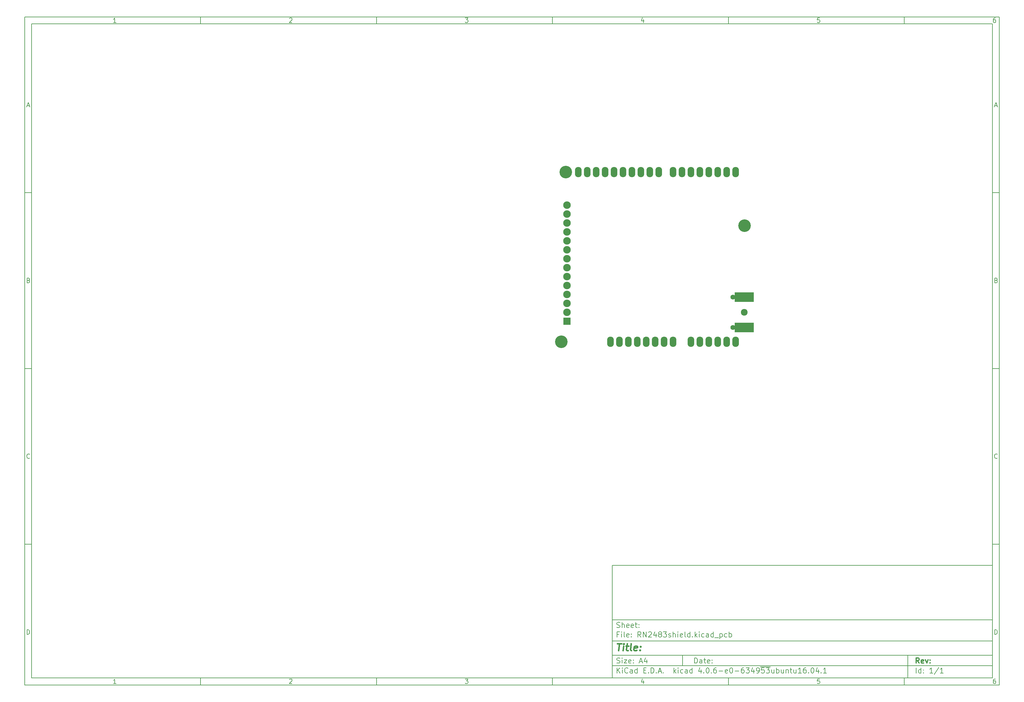
<source format=gbs>
%TF.GenerationSoftware,KiCad,Pcbnew,4.0.6-e0-6349~53~ubuntu16.04.1*%
%TF.CreationDate,2017-06-05T20:25:56+01:00*%
%TF.ProjectId,RN2483shield,524E32343833736869656C642E6B6963,rev?*%
%TF.FileFunction,Soldermask,Bot*%
%FSLAX46Y46*%
G04 Gerber Fmt 4.6, Leading zero omitted, Abs format (unit mm)*
G04 Created by KiCad (PCBNEW 4.0.6-e0-6349~53~ubuntu16.04.1) date Mon Jun  5 20:25:56 2017*
%MOMM*%
%LPD*%
G01*
G04 APERTURE LIST*
%ADD10C,0.100000*%
%ADD11C,0.150000*%
%ADD12C,0.300000*%
%ADD13C,0.400000*%
%ADD14R,2.150000X2.050000*%
%ADD15C,2.150000*%
%ADD16O,1.924000X2.940000*%
%ADD17C,3.575000*%
%ADD18C,1.400000*%
%ADD19R,5.480000X2.686000*%
%ADD20C,1.924000*%
G04 APERTURE END LIST*
D10*
D11*
X177002200Y-166007200D02*
X177002200Y-198007200D01*
X285002200Y-198007200D01*
X285002200Y-166007200D01*
X177002200Y-166007200D01*
D10*
D11*
X10000000Y-10000000D02*
X10000000Y-200007200D01*
X287002200Y-200007200D01*
X287002200Y-10000000D01*
X10000000Y-10000000D01*
D10*
D11*
X12000000Y-12000000D02*
X12000000Y-198007200D01*
X285002200Y-198007200D01*
X285002200Y-12000000D01*
X12000000Y-12000000D01*
D10*
D11*
X60000000Y-12000000D02*
X60000000Y-10000000D01*
D10*
D11*
X110000000Y-12000000D02*
X110000000Y-10000000D01*
D10*
D11*
X160000000Y-12000000D02*
X160000000Y-10000000D01*
D10*
D11*
X210000000Y-12000000D02*
X210000000Y-10000000D01*
D10*
D11*
X260000000Y-12000000D02*
X260000000Y-10000000D01*
D10*
D11*
X35990476Y-11588095D02*
X35247619Y-11588095D01*
X35619048Y-11588095D02*
X35619048Y-10288095D01*
X35495238Y-10473810D01*
X35371429Y-10597619D01*
X35247619Y-10659524D01*
D10*
D11*
X85247619Y-10411905D02*
X85309524Y-10350000D01*
X85433333Y-10288095D01*
X85742857Y-10288095D01*
X85866667Y-10350000D01*
X85928571Y-10411905D01*
X85990476Y-10535714D01*
X85990476Y-10659524D01*
X85928571Y-10845238D01*
X85185714Y-11588095D01*
X85990476Y-11588095D01*
D10*
D11*
X135185714Y-10288095D02*
X135990476Y-10288095D01*
X135557143Y-10783333D01*
X135742857Y-10783333D01*
X135866667Y-10845238D01*
X135928571Y-10907143D01*
X135990476Y-11030952D01*
X135990476Y-11340476D01*
X135928571Y-11464286D01*
X135866667Y-11526190D01*
X135742857Y-11588095D01*
X135371429Y-11588095D01*
X135247619Y-11526190D01*
X135185714Y-11464286D01*
D10*
D11*
X185866667Y-10721429D02*
X185866667Y-11588095D01*
X185557143Y-10226190D02*
X185247619Y-11154762D01*
X186052381Y-11154762D01*
D10*
D11*
X235928571Y-10288095D02*
X235309524Y-10288095D01*
X235247619Y-10907143D01*
X235309524Y-10845238D01*
X235433333Y-10783333D01*
X235742857Y-10783333D01*
X235866667Y-10845238D01*
X235928571Y-10907143D01*
X235990476Y-11030952D01*
X235990476Y-11340476D01*
X235928571Y-11464286D01*
X235866667Y-11526190D01*
X235742857Y-11588095D01*
X235433333Y-11588095D01*
X235309524Y-11526190D01*
X235247619Y-11464286D01*
D10*
D11*
X285866667Y-10288095D02*
X285619048Y-10288095D01*
X285495238Y-10350000D01*
X285433333Y-10411905D01*
X285309524Y-10597619D01*
X285247619Y-10845238D01*
X285247619Y-11340476D01*
X285309524Y-11464286D01*
X285371429Y-11526190D01*
X285495238Y-11588095D01*
X285742857Y-11588095D01*
X285866667Y-11526190D01*
X285928571Y-11464286D01*
X285990476Y-11340476D01*
X285990476Y-11030952D01*
X285928571Y-10907143D01*
X285866667Y-10845238D01*
X285742857Y-10783333D01*
X285495238Y-10783333D01*
X285371429Y-10845238D01*
X285309524Y-10907143D01*
X285247619Y-11030952D01*
D10*
D11*
X60000000Y-198007200D02*
X60000000Y-200007200D01*
D10*
D11*
X110000000Y-198007200D02*
X110000000Y-200007200D01*
D10*
D11*
X160000000Y-198007200D02*
X160000000Y-200007200D01*
D10*
D11*
X210000000Y-198007200D02*
X210000000Y-200007200D01*
D10*
D11*
X260000000Y-198007200D02*
X260000000Y-200007200D01*
D10*
D11*
X35990476Y-199595295D02*
X35247619Y-199595295D01*
X35619048Y-199595295D02*
X35619048Y-198295295D01*
X35495238Y-198481010D01*
X35371429Y-198604819D01*
X35247619Y-198666724D01*
D10*
D11*
X85247619Y-198419105D02*
X85309524Y-198357200D01*
X85433333Y-198295295D01*
X85742857Y-198295295D01*
X85866667Y-198357200D01*
X85928571Y-198419105D01*
X85990476Y-198542914D01*
X85990476Y-198666724D01*
X85928571Y-198852438D01*
X85185714Y-199595295D01*
X85990476Y-199595295D01*
D10*
D11*
X135185714Y-198295295D02*
X135990476Y-198295295D01*
X135557143Y-198790533D01*
X135742857Y-198790533D01*
X135866667Y-198852438D01*
X135928571Y-198914343D01*
X135990476Y-199038152D01*
X135990476Y-199347676D01*
X135928571Y-199471486D01*
X135866667Y-199533390D01*
X135742857Y-199595295D01*
X135371429Y-199595295D01*
X135247619Y-199533390D01*
X135185714Y-199471486D01*
D10*
D11*
X185866667Y-198728629D02*
X185866667Y-199595295D01*
X185557143Y-198233390D02*
X185247619Y-199161962D01*
X186052381Y-199161962D01*
D10*
D11*
X235928571Y-198295295D02*
X235309524Y-198295295D01*
X235247619Y-198914343D01*
X235309524Y-198852438D01*
X235433333Y-198790533D01*
X235742857Y-198790533D01*
X235866667Y-198852438D01*
X235928571Y-198914343D01*
X235990476Y-199038152D01*
X235990476Y-199347676D01*
X235928571Y-199471486D01*
X235866667Y-199533390D01*
X235742857Y-199595295D01*
X235433333Y-199595295D01*
X235309524Y-199533390D01*
X235247619Y-199471486D01*
D10*
D11*
X285866667Y-198295295D02*
X285619048Y-198295295D01*
X285495238Y-198357200D01*
X285433333Y-198419105D01*
X285309524Y-198604819D01*
X285247619Y-198852438D01*
X285247619Y-199347676D01*
X285309524Y-199471486D01*
X285371429Y-199533390D01*
X285495238Y-199595295D01*
X285742857Y-199595295D01*
X285866667Y-199533390D01*
X285928571Y-199471486D01*
X285990476Y-199347676D01*
X285990476Y-199038152D01*
X285928571Y-198914343D01*
X285866667Y-198852438D01*
X285742857Y-198790533D01*
X285495238Y-198790533D01*
X285371429Y-198852438D01*
X285309524Y-198914343D01*
X285247619Y-199038152D01*
D10*
D11*
X10000000Y-60000000D02*
X12000000Y-60000000D01*
D10*
D11*
X10000000Y-110000000D02*
X12000000Y-110000000D01*
D10*
D11*
X10000000Y-160000000D02*
X12000000Y-160000000D01*
D10*
D11*
X10690476Y-35216667D02*
X11309524Y-35216667D01*
X10566667Y-35588095D02*
X11000000Y-34288095D01*
X11433333Y-35588095D01*
D10*
D11*
X11092857Y-84907143D02*
X11278571Y-84969048D01*
X11340476Y-85030952D01*
X11402381Y-85154762D01*
X11402381Y-85340476D01*
X11340476Y-85464286D01*
X11278571Y-85526190D01*
X11154762Y-85588095D01*
X10659524Y-85588095D01*
X10659524Y-84288095D01*
X11092857Y-84288095D01*
X11216667Y-84350000D01*
X11278571Y-84411905D01*
X11340476Y-84535714D01*
X11340476Y-84659524D01*
X11278571Y-84783333D01*
X11216667Y-84845238D01*
X11092857Y-84907143D01*
X10659524Y-84907143D01*
D10*
D11*
X11402381Y-135464286D02*
X11340476Y-135526190D01*
X11154762Y-135588095D01*
X11030952Y-135588095D01*
X10845238Y-135526190D01*
X10721429Y-135402381D01*
X10659524Y-135278571D01*
X10597619Y-135030952D01*
X10597619Y-134845238D01*
X10659524Y-134597619D01*
X10721429Y-134473810D01*
X10845238Y-134350000D01*
X11030952Y-134288095D01*
X11154762Y-134288095D01*
X11340476Y-134350000D01*
X11402381Y-134411905D01*
D10*
D11*
X10659524Y-185588095D02*
X10659524Y-184288095D01*
X10969048Y-184288095D01*
X11154762Y-184350000D01*
X11278571Y-184473810D01*
X11340476Y-184597619D01*
X11402381Y-184845238D01*
X11402381Y-185030952D01*
X11340476Y-185278571D01*
X11278571Y-185402381D01*
X11154762Y-185526190D01*
X10969048Y-185588095D01*
X10659524Y-185588095D01*
D10*
D11*
X287002200Y-60000000D02*
X285002200Y-60000000D01*
D10*
D11*
X287002200Y-110000000D02*
X285002200Y-110000000D01*
D10*
D11*
X287002200Y-160000000D02*
X285002200Y-160000000D01*
D10*
D11*
X285692676Y-35216667D02*
X286311724Y-35216667D01*
X285568867Y-35588095D02*
X286002200Y-34288095D01*
X286435533Y-35588095D01*
D10*
D11*
X286095057Y-84907143D02*
X286280771Y-84969048D01*
X286342676Y-85030952D01*
X286404581Y-85154762D01*
X286404581Y-85340476D01*
X286342676Y-85464286D01*
X286280771Y-85526190D01*
X286156962Y-85588095D01*
X285661724Y-85588095D01*
X285661724Y-84288095D01*
X286095057Y-84288095D01*
X286218867Y-84350000D01*
X286280771Y-84411905D01*
X286342676Y-84535714D01*
X286342676Y-84659524D01*
X286280771Y-84783333D01*
X286218867Y-84845238D01*
X286095057Y-84907143D01*
X285661724Y-84907143D01*
D10*
D11*
X286404581Y-135464286D02*
X286342676Y-135526190D01*
X286156962Y-135588095D01*
X286033152Y-135588095D01*
X285847438Y-135526190D01*
X285723629Y-135402381D01*
X285661724Y-135278571D01*
X285599819Y-135030952D01*
X285599819Y-134845238D01*
X285661724Y-134597619D01*
X285723629Y-134473810D01*
X285847438Y-134350000D01*
X286033152Y-134288095D01*
X286156962Y-134288095D01*
X286342676Y-134350000D01*
X286404581Y-134411905D01*
D10*
D11*
X285661724Y-185588095D02*
X285661724Y-184288095D01*
X285971248Y-184288095D01*
X286156962Y-184350000D01*
X286280771Y-184473810D01*
X286342676Y-184597619D01*
X286404581Y-184845238D01*
X286404581Y-185030952D01*
X286342676Y-185278571D01*
X286280771Y-185402381D01*
X286156962Y-185526190D01*
X285971248Y-185588095D01*
X285661724Y-185588095D01*
D10*
D11*
X200359343Y-193785771D02*
X200359343Y-192285771D01*
X200716486Y-192285771D01*
X200930771Y-192357200D01*
X201073629Y-192500057D01*
X201145057Y-192642914D01*
X201216486Y-192928629D01*
X201216486Y-193142914D01*
X201145057Y-193428629D01*
X201073629Y-193571486D01*
X200930771Y-193714343D01*
X200716486Y-193785771D01*
X200359343Y-193785771D01*
X202502200Y-193785771D02*
X202502200Y-193000057D01*
X202430771Y-192857200D01*
X202287914Y-192785771D01*
X202002200Y-192785771D01*
X201859343Y-192857200D01*
X202502200Y-193714343D02*
X202359343Y-193785771D01*
X202002200Y-193785771D01*
X201859343Y-193714343D01*
X201787914Y-193571486D01*
X201787914Y-193428629D01*
X201859343Y-193285771D01*
X202002200Y-193214343D01*
X202359343Y-193214343D01*
X202502200Y-193142914D01*
X203002200Y-192785771D02*
X203573629Y-192785771D01*
X203216486Y-192285771D02*
X203216486Y-193571486D01*
X203287914Y-193714343D01*
X203430772Y-193785771D01*
X203573629Y-193785771D01*
X204645057Y-193714343D02*
X204502200Y-193785771D01*
X204216486Y-193785771D01*
X204073629Y-193714343D01*
X204002200Y-193571486D01*
X204002200Y-193000057D01*
X204073629Y-192857200D01*
X204216486Y-192785771D01*
X204502200Y-192785771D01*
X204645057Y-192857200D01*
X204716486Y-193000057D01*
X204716486Y-193142914D01*
X204002200Y-193285771D01*
X205359343Y-193642914D02*
X205430771Y-193714343D01*
X205359343Y-193785771D01*
X205287914Y-193714343D01*
X205359343Y-193642914D01*
X205359343Y-193785771D01*
X205359343Y-192857200D02*
X205430771Y-192928629D01*
X205359343Y-193000057D01*
X205287914Y-192928629D01*
X205359343Y-192857200D01*
X205359343Y-193000057D01*
D10*
D11*
X177002200Y-194507200D02*
X285002200Y-194507200D01*
D10*
D11*
X178359343Y-196585771D02*
X178359343Y-195085771D01*
X179216486Y-196585771D02*
X178573629Y-195728629D01*
X179216486Y-195085771D02*
X178359343Y-195942914D01*
X179859343Y-196585771D02*
X179859343Y-195585771D01*
X179859343Y-195085771D02*
X179787914Y-195157200D01*
X179859343Y-195228629D01*
X179930771Y-195157200D01*
X179859343Y-195085771D01*
X179859343Y-195228629D01*
X181430772Y-196442914D02*
X181359343Y-196514343D01*
X181145057Y-196585771D01*
X181002200Y-196585771D01*
X180787915Y-196514343D01*
X180645057Y-196371486D01*
X180573629Y-196228629D01*
X180502200Y-195942914D01*
X180502200Y-195728629D01*
X180573629Y-195442914D01*
X180645057Y-195300057D01*
X180787915Y-195157200D01*
X181002200Y-195085771D01*
X181145057Y-195085771D01*
X181359343Y-195157200D01*
X181430772Y-195228629D01*
X182716486Y-196585771D02*
X182716486Y-195800057D01*
X182645057Y-195657200D01*
X182502200Y-195585771D01*
X182216486Y-195585771D01*
X182073629Y-195657200D01*
X182716486Y-196514343D02*
X182573629Y-196585771D01*
X182216486Y-196585771D01*
X182073629Y-196514343D01*
X182002200Y-196371486D01*
X182002200Y-196228629D01*
X182073629Y-196085771D01*
X182216486Y-196014343D01*
X182573629Y-196014343D01*
X182716486Y-195942914D01*
X184073629Y-196585771D02*
X184073629Y-195085771D01*
X184073629Y-196514343D02*
X183930772Y-196585771D01*
X183645058Y-196585771D01*
X183502200Y-196514343D01*
X183430772Y-196442914D01*
X183359343Y-196300057D01*
X183359343Y-195871486D01*
X183430772Y-195728629D01*
X183502200Y-195657200D01*
X183645058Y-195585771D01*
X183930772Y-195585771D01*
X184073629Y-195657200D01*
X185930772Y-195800057D02*
X186430772Y-195800057D01*
X186645058Y-196585771D02*
X185930772Y-196585771D01*
X185930772Y-195085771D01*
X186645058Y-195085771D01*
X187287915Y-196442914D02*
X187359343Y-196514343D01*
X187287915Y-196585771D01*
X187216486Y-196514343D01*
X187287915Y-196442914D01*
X187287915Y-196585771D01*
X188002201Y-196585771D02*
X188002201Y-195085771D01*
X188359344Y-195085771D01*
X188573629Y-195157200D01*
X188716487Y-195300057D01*
X188787915Y-195442914D01*
X188859344Y-195728629D01*
X188859344Y-195942914D01*
X188787915Y-196228629D01*
X188716487Y-196371486D01*
X188573629Y-196514343D01*
X188359344Y-196585771D01*
X188002201Y-196585771D01*
X189502201Y-196442914D02*
X189573629Y-196514343D01*
X189502201Y-196585771D01*
X189430772Y-196514343D01*
X189502201Y-196442914D01*
X189502201Y-196585771D01*
X190145058Y-196157200D02*
X190859344Y-196157200D01*
X190002201Y-196585771D02*
X190502201Y-195085771D01*
X191002201Y-196585771D01*
X191502201Y-196442914D02*
X191573629Y-196514343D01*
X191502201Y-196585771D01*
X191430772Y-196514343D01*
X191502201Y-196442914D01*
X191502201Y-196585771D01*
X194502201Y-196585771D02*
X194502201Y-195085771D01*
X194645058Y-196014343D02*
X195073629Y-196585771D01*
X195073629Y-195585771D02*
X194502201Y-196157200D01*
X195716487Y-196585771D02*
X195716487Y-195585771D01*
X195716487Y-195085771D02*
X195645058Y-195157200D01*
X195716487Y-195228629D01*
X195787915Y-195157200D01*
X195716487Y-195085771D01*
X195716487Y-195228629D01*
X197073630Y-196514343D02*
X196930773Y-196585771D01*
X196645059Y-196585771D01*
X196502201Y-196514343D01*
X196430773Y-196442914D01*
X196359344Y-196300057D01*
X196359344Y-195871486D01*
X196430773Y-195728629D01*
X196502201Y-195657200D01*
X196645059Y-195585771D01*
X196930773Y-195585771D01*
X197073630Y-195657200D01*
X198359344Y-196585771D02*
X198359344Y-195800057D01*
X198287915Y-195657200D01*
X198145058Y-195585771D01*
X197859344Y-195585771D01*
X197716487Y-195657200D01*
X198359344Y-196514343D02*
X198216487Y-196585771D01*
X197859344Y-196585771D01*
X197716487Y-196514343D01*
X197645058Y-196371486D01*
X197645058Y-196228629D01*
X197716487Y-196085771D01*
X197859344Y-196014343D01*
X198216487Y-196014343D01*
X198359344Y-195942914D01*
X199716487Y-196585771D02*
X199716487Y-195085771D01*
X199716487Y-196514343D02*
X199573630Y-196585771D01*
X199287916Y-196585771D01*
X199145058Y-196514343D01*
X199073630Y-196442914D01*
X199002201Y-196300057D01*
X199002201Y-195871486D01*
X199073630Y-195728629D01*
X199145058Y-195657200D01*
X199287916Y-195585771D01*
X199573630Y-195585771D01*
X199716487Y-195657200D01*
X202216487Y-195585771D02*
X202216487Y-196585771D01*
X201859344Y-195014343D02*
X201502201Y-196085771D01*
X202430773Y-196085771D01*
X203002201Y-196442914D02*
X203073629Y-196514343D01*
X203002201Y-196585771D01*
X202930772Y-196514343D01*
X203002201Y-196442914D01*
X203002201Y-196585771D01*
X204002201Y-195085771D02*
X204145058Y-195085771D01*
X204287915Y-195157200D01*
X204359344Y-195228629D01*
X204430773Y-195371486D01*
X204502201Y-195657200D01*
X204502201Y-196014343D01*
X204430773Y-196300057D01*
X204359344Y-196442914D01*
X204287915Y-196514343D01*
X204145058Y-196585771D01*
X204002201Y-196585771D01*
X203859344Y-196514343D01*
X203787915Y-196442914D01*
X203716487Y-196300057D01*
X203645058Y-196014343D01*
X203645058Y-195657200D01*
X203716487Y-195371486D01*
X203787915Y-195228629D01*
X203859344Y-195157200D01*
X204002201Y-195085771D01*
X205145058Y-196442914D02*
X205216486Y-196514343D01*
X205145058Y-196585771D01*
X205073629Y-196514343D01*
X205145058Y-196442914D01*
X205145058Y-196585771D01*
X206502201Y-195085771D02*
X206216487Y-195085771D01*
X206073630Y-195157200D01*
X206002201Y-195228629D01*
X205859344Y-195442914D01*
X205787915Y-195728629D01*
X205787915Y-196300057D01*
X205859344Y-196442914D01*
X205930772Y-196514343D01*
X206073630Y-196585771D01*
X206359344Y-196585771D01*
X206502201Y-196514343D01*
X206573630Y-196442914D01*
X206645058Y-196300057D01*
X206645058Y-195942914D01*
X206573630Y-195800057D01*
X206502201Y-195728629D01*
X206359344Y-195657200D01*
X206073630Y-195657200D01*
X205930772Y-195728629D01*
X205859344Y-195800057D01*
X205787915Y-195942914D01*
X207287915Y-196014343D02*
X208430772Y-196014343D01*
X209716486Y-196514343D02*
X209573629Y-196585771D01*
X209287915Y-196585771D01*
X209145058Y-196514343D01*
X209073629Y-196371486D01*
X209073629Y-195800057D01*
X209145058Y-195657200D01*
X209287915Y-195585771D01*
X209573629Y-195585771D01*
X209716486Y-195657200D01*
X209787915Y-195800057D01*
X209787915Y-195942914D01*
X209073629Y-196085771D01*
X210716486Y-195085771D02*
X210859343Y-195085771D01*
X211002200Y-195157200D01*
X211073629Y-195228629D01*
X211145058Y-195371486D01*
X211216486Y-195657200D01*
X211216486Y-196014343D01*
X211145058Y-196300057D01*
X211073629Y-196442914D01*
X211002200Y-196514343D01*
X210859343Y-196585771D01*
X210716486Y-196585771D01*
X210573629Y-196514343D01*
X210502200Y-196442914D01*
X210430772Y-196300057D01*
X210359343Y-196014343D01*
X210359343Y-195657200D01*
X210430772Y-195371486D01*
X210502200Y-195228629D01*
X210573629Y-195157200D01*
X210716486Y-195085771D01*
X211859343Y-196014343D02*
X213002200Y-196014343D01*
X214359343Y-195085771D02*
X214073629Y-195085771D01*
X213930772Y-195157200D01*
X213859343Y-195228629D01*
X213716486Y-195442914D01*
X213645057Y-195728629D01*
X213645057Y-196300057D01*
X213716486Y-196442914D01*
X213787914Y-196514343D01*
X213930772Y-196585771D01*
X214216486Y-196585771D01*
X214359343Y-196514343D01*
X214430772Y-196442914D01*
X214502200Y-196300057D01*
X214502200Y-195942914D01*
X214430772Y-195800057D01*
X214359343Y-195728629D01*
X214216486Y-195657200D01*
X213930772Y-195657200D01*
X213787914Y-195728629D01*
X213716486Y-195800057D01*
X213645057Y-195942914D01*
X215002200Y-195085771D02*
X215930771Y-195085771D01*
X215430771Y-195657200D01*
X215645057Y-195657200D01*
X215787914Y-195728629D01*
X215859343Y-195800057D01*
X215930771Y-195942914D01*
X215930771Y-196300057D01*
X215859343Y-196442914D01*
X215787914Y-196514343D01*
X215645057Y-196585771D01*
X215216485Y-196585771D01*
X215073628Y-196514343D01*
X215002200Y-196442914D01*
X217216485Y-195585771D02*
X217216485Y-196585771D01*
X216859342Y-195014343D02*
X216502199Y-196085771D01*
X217430771Y-196085771D01*
X218073627Y-196585771D02*
X218359342Y-196585771D01*
X218502199Y-196514343D01*
X218573627Y-196442914D01*
X218716485Y-196228629D01*
X218787913Y-195942914D01*
X218787913Y-195371486D01*
X218716485Y-195228629D01*
X218645056Y-195157200D01*
X218502199Y-195085771D01*
X218216485Y-195085771D01*
X218073627Y-195157200D01*
X218002199Y-195228629D01*
X217930770Y-195371486D01*
X217930770Y-195728629D01*
X218002199Y-195871486D01*
X218073627Y-195942914D01*
X218216485Y-196014343D01*
X218502199Y-196014343D01*
X218645056Y-195942914D01*
X218716485Y-195871486D01*
X218787913Y-195728629D01*
X220145056Y-195085771D02*
X219430770Y-195085771D01*
X219359341Y-195800057D01*
X219430770Y-195728629D01*
X219573627Y-195657200D01*
X219930770Y-195657200D01*
X220073627Y-195728629D01*
X220145056Y-195800057D01*
X220216484Y-195942914D01*
X220216484Y-196300057D01*
X220145056Y-196442914D01*
X220073627Y-196514343D01*
X219930770Y-196585771D01*
X219573627Y-196585771D01*
X219430770Y-196514343D01*
X219359341Y-196442914D01*
X220716484Y-195085771D02*
X221645055Y-195085771D01*
X221145055Y-195657200D01*
X221359341Y-195657200D01*
X221502198Y-195728629D01*
X221573627Y-195800057D01*
X221645055Y-195942914D01*
X221645055Y-196300057D01*
X221573627Y-196442914D01*
X221502198Y-196514343D01*
X221359341Y-196585771D01*
X220930769Y-196585771D01*
X220787912Y-196514343D01*
X220716484Y-196442914D01*
X219073627Y-194827200D02*
X221930769Y-194827200D01*
X222930769Y-195585771D02*
X222930769Y-196585771D01*
X222287912Y-195585771D02*
X222287912Y-196371486D01*
X222359340Y-196514343D01*
X222502198Y-196585771D01*
X222716483Y-196585771D01*
X222859340Y-196514343D01*
X222930769Y-196442914D01*
X223645055Y-196585771D02*
X223645055Y-195085771D01*
X223645055Y-195657200D02*
X223787912Y-195585771D01*
X224073626Y-195585771D01*
X224216483Y-195657200D01*
X224287912Y-195728629D01*
X224359341Y-195871486D01*
X224359341Y-196300057D01*
X224287912Y-196442914D01*
X224216483Y-196514343D01*
X224073626Y-196585771D01*
X223787912Y-196585771D01*
X223645055Y-196514343D01*
X225645055Y-195585771D02*
X225645055Y-196585771D01*
X225002198Y-195585771D02*
X225002198Y-196371486D01*
X225073626Y-196514343D01*
X225216484Y-196585771D01*
X225430769Y-196585771D01*
X225573626Y-196514343D01*
X225645055Y-196442914D01*
X226359341Y-195585771D02*
X226359341Y-196585771D01*
X226359341Y-195728629D02*
X226430769Y-195657200D01*
X226573627Y-195585771D01*
X226787912Y-195585771D01*
X226930769Y-195657200D01*
X227002198Y-195800057D01*
X227002198Y-196585771D01*
X227502198Y-195585771D02*
X228073627Y-195585771D01*
X227716484Y-195085771D02*
X227716484Y-196371486D01*
X227787912Y-196514343D01*
X227930770Y-196585771D01*
X228073627Y-196585771D01*
X229216484Y-195585771D02*
X229216484Y-196585771D01*
X228573627Y-195585771D02*
X228573627Y-196371486D01*
X228645055Y-196514343D01*
X228787913Y-196585771D01*
X229002198Y-196585771D01*
X229145055Y-196514343D01*
X229216484Y-196442914D01*
X230716484Y-196585771D02*
X229859341Y-196585771D01*
X230287913Y-196585771D02*
X230287913Y-195085771D01*
X230145056Y-195300057D01*
X230002198Y-195442914D01*
X229859341Y-195514343D01*
X232002198Y-195085771D02*
X231716484Y-195085771D01*
X231573627Y-195157200D01*
X231502198Y-195228629D01*
X231359341Y-195442914D01*
X231287912Y-195728629D01*
X231287912Y-196300057D01*
X231359341Y-196442914D01*
X231430769Y-196514343D01*
X231573627Y-196585771D01*
X231859341Y-196585771D01*
X232002198Y-196514343D01*
X232073627Y-196442914D01*
X232145055Y-196300057D01*
X232145055Y-195942914D01*
X232073627Y-195800057D01*
X232002198Y-195728629D01*
X231859341Y-195657200D01*
X231573627Y-195657200D01*
X231430769Y-195728629D01*
X231359341Y-195800057D01*
X231287912Y-195942914D01*
X232787912Y-196442914D02*
X232859340Y-196514343D01*
X232787912Y-196585771D01*
X232716483Y-196514343D01*
X232787912Y-196442914D01*
X232787912Y-196585771D01*
X233787912Y-195085771D02*
X233930769Y-195085771D01*
X234073626Y-195157200D01*
X234145055Y-195228629D01*
X234216484Y-195371486D01*
X234287912Y-195657200D01*
X234287912Y-196014343D01*
X234216484Y-196300057D01*
X234145055Y-196442914D01*
X234073626Y-196514343D01*
X233930769Y-196585771D01*
X233787912Y-196585771D01*
X233645055Y-196514343D01*
X233573626Y-196442914D01*
X233502198Y-196300057D01*
X233430769Y-196014343D01*
X233430769Y-195657200D01*
X233502198Y-195371486D01*
X233573626Y-195228629D01*
X233645055Y-195157200D01*
X233787912Y-195085771D01*
X235573626Y-195585771D02*
X235573626Y-196585771D01*
X235216483Y-195014343D02*
X234859340Y-196085771D01*
X235787912Y-196085771D01*
X236359340Y-196442914D02*
X236430768Y-196514343D01*
X236359340Y-196585771D01*
X236287911Y-196514343D01*
X236359340Y-196442914D01*
X236359340Y-196585771D01*
X237859340Y-196585771D02*
X237002197Y-196585771D01*
X237430769Y-196585771D02*
X237430769Y-195085771D01*
X237287912Y-195300057D01*
X237145054Y-195442914D01*
X237002197Y-195514343D01*
D10*
D11*
X177002200Y-191507200D02*
X285002200Y-191507200D01*
D10*
D12*
X264216486Y-193785771D02*
X263716486Y-193071486D01*
X263359343Y-193785771D02*
X263359343Y-192285771D01*
X263930771Y-192285771D01*
X264073629Y-192357200D01*
X264145057Y-192428629D01*
X264216486Y-192571486D01*
X264216486Y-192785771D01*
X264145057Y-192928629D01*
X264073629Y-193000057D01*
X263930771Y-193071486D01*
X263359343Y-193071486D01*
X265430771Y-193714343D02*
X265287914Y-193785771D01*
X265002200Y-193785771D01*
X264859343Y-193714343D01*
X264787914Y-193571486D01*
X264787914Y-193000057D01*
X264859343Y-192857200D01*
X265002200Y-192785771D01*
X265287914Y-192785771D01*
X265430771Y-192857200D01*
X265502200Y-193000057D01*
X265502200Y-193142914D01*
X264787914Y-193285771D01*
X266002200Y-192785771D02*
X266359343Y-193785771D01*
X266716485Y-192785771D01*
X267287914Y-193642914D02*
X267359342Y-193714343D01*
X267287914Y-193785771D01*
X267216485Y-193714343D01*
X267287914Y-193642914D01*
X267287914Y-193785771D01*
X267287914Y-192857200D02*
X267359342Y-192928629D01*
X267287914Y-193000057D01*
X267216485Y-192928629D01*
X267287914Y-192857200D01*
X267287914Y-193000057D01*
D10*
D11*
X178287914Y-193714343D02*
X178502200Y-193785771D01*
X178859343Y-193785771D01*
X179002200Y-193714343D01*
X179073629Y-193642914D01*
X179145057Y-193500057D01*
X179145057Y-193357200D01*
X179073629Y-193214343D01*
X179002200Y-193142914D01*
X178859343Y-193071486D01*
X178573629Y-193000057D01*
X178430771Y-192928629D01*
X178359343Y-192857200D01*
X178287914Y-192714343D01*
X178287914Y-192571486D01*
X178359343Y-192428629D01*
X178430771Y-192357200D01*
X178573629Y-192285771D01*
X178930771Y-192285771D01*
X179145057Y-192357200D01*
X179787914Y-193785771D02*
X179787914Y-192785771D01*
X179787914Y-192285771D02*
X179716485Y-192357200D01*
X179787914Y-192428629D01*
X179859342Y-192357200D01*
X179787914Y-192285771D01*
X179787914Y-192428629D01*
X180359343Y-192785771D02*
X181145057Y-192785771D01*
X180359343Y-193785771D01*
X181145057Y-193785771D01*
X182287914Y-193714343D02*
X182145057Y-193785771D01*
X181859343Y-193785771D01*
X181716486Y-193714343D01*
X181645057Y-193571486D01*
X181645057Y-193000057D01*
X181716486Y-192857200D01*
X181859343Y-192785771D01*
X182145057Y-192785771D01*
X182287914Y-192857200D01*
X182359343Y-193000057D01*
X182359343Y-193142914D01*
X181645057Y-193285771D01*
X183002200Y-193642914D02*
X183073628Y-193714343D01*
X183002200Y-193785771D01*
X182930771Y-193714343D01*
X183002200Y-193642914D01*
X183002200Y-193785771D01*
X183002200Y-192857200D02*
X183073628Y-192928629D01*
X183002200Y-193000057D01*
X182930771Y-192928629D01*
X183002200Y-192857200D01*
X183002200Y-193000057D01*
X184787914Y-193357200D02*
X185502200Y-193357200D01*
X184645057Y-193785771D02*
X185145057Y-192285771D01*
X185645057Y-193785771D01*
X186787914Y-192785771D02*
X186787914Y-193785771D01*
X186430771Y-192214343D02*
X186073628Y-193285771D01*
X187002200Y-193285771D01*
D10*
D11*
X263359343Y-196585771D02*
X263359343Y-195085771D01*
X264716486Y-196585771D02*
X264716486Y-195085771D01*
X264716486Y-196514343D02*
X264573629Y-196585771D01*
X264287915Y-196585771D01*
X264145057Y-196514343D01*
X264073629Y-196442914D01*
X264002200Y-196300057D01*
X264002200Y-195871486D01*
X264073629Y-195728629D01*
X264145057Y-195657200D01*
X264287915Y-195585771D01*
X264573629Y-195585771D01*
X264716486Y-195657200D01*
X265430772Y-196442914D02*
X265502200Y-196514343D01*
X265430772Y-196585771D01*
X265359343Y-196514343D01*
X265430772Y-196442914D01*
X265430772Y-196585771D01*
X265430772Y-195657200D02*
X265502200Y-195728629D01*
X265430772Y-195800057D01*
X265359343Y-195728629D01*
X265430772Y-195657200D01*
X265430772Y-195800057D01*
X268073629Y-196585771D02*
X267216486Y-196585771D01*
X267645058Y-196585771D02*
X267645058Y-195085771D01*
X267502201Y-195300057D01*
X267359343Y-195442914D01*
X267216486Y-195514343D01*
X269787914Y-195014343D02*
X268502200Y-196942914D01*
X271073629Y-196585771D02*
X270216486Y-196585771D01*
X270645058Y-196585771D02*
X270645058Y-195085771D01*
X270502201Y-195300057D01*
X270359343Y-195442914D01*
X270216486Y-195514343D01*
D10*
D11*
X177002200Y-187507200D02*
X285002200Y-187507200D01*
D10*
D13*
X178454581Y-188211962D02*
X179597438Y-188211962D01*
X178776010Y-190211962D02*
X179026010Y-188211962D01*
X180014105Y-190211962D02*
X180180771Y-188878629D01*
X180264105Y-188211962D02*
X180156962Y-188307200D01*
X180240295Y-188402438D01*
X180347439Y-188307200D01*
X180264105Y-188211962D01*
X180240295Y-188402438D01*
X180847438Y-188878629D02*
X181609343Y-188878629D01*
X181216486Y-188211962D02*
X181002200Y-189926248D01*
X181073630Y-190116724D01*
X181252201Y-190211962D01*
X181442677Y-190211962D01*
X182395058Y-190211962D02*
X182216487Y-190116724D01*
X182145057Y-189926248D01*
X182359343Y-188211962D01*
X183930772Y-190116724D02*
X183728391Y-190211962D01*
X183347439Y-190211962D01*
X183168867Y-190116724D01*
X183097438Y-189926248D01*
X183192676Y-189164343D01*
X183311724Y-188973867D01*
X183514105Y-188878629D01*
X183895057Y-188878629D01*
X184073629Y-188973867D01*
X184145057Y-189164343D01*
X184121248Y-189354819D01*
X183145057Y-189545295D01*
X184895057Y-190021486D02*
X184978392Y-190116724D01*
X184871248Y-190211962D01*
X184787915Y-190116724D01*
X184895057Y-190021486D01*
X184871248Y-190211962D01*
X185026010Y-188973867D02*
X185109344Y-189069105D01*
X185002200Y-189164343D01*
X184918867Y-189069105D01*
X185026010Y-188973867D01*
X185002200Y-189164343D01*
D10*
D11*
X178859343Y-185600057D02*
X178359343Y-185600057D01*
X178359343Y-186385771D02*
X178359343Y-184885771D01*
X179073629Y-184885771D01*
X179645057Y-186385771D02*
X179645057Y-185385771D01*
X179645057Y-184885771D02*
X179573628Y-184957200D01*
X179645057Y-185028629D01*
X179716485Y-184957200D01*
X179645057Y-184885771D01*
X179645057Y-185028629D01*
X180573629Y-186385771D02*
X180430771Y-186314343D01*
X180359343Y-186171486D01*
X180359343Y-184885771D01*
X181716485Y-186314343D02*
X181573628Y-186385771D01*
X181287914Y-186385771D01*
X181145057Y-186314343D01*
X181073628Y-186171486D01*
X181073628Y-185600057D01*
X181145057Y-185457200D01*
X181287914Y-185385771D01*
X181573628Y-185385771D01*
X181716485Y-185457200D01*
X181787914Y-185600057D01*
X181787914Y-185742914D01*
X181073628Y-185885771D01*
X182430771Y-186242914D02*
X182502199Y-186314343D01*
X182430771Y-186385771D01*
X182359342Y-186314343D01*
X182430771Y-186242914D01*
X182430771Y-186385771D01*
X182430771Y-185457200D02*
X182502199Y-185528629D01*
X182430771Y-185600057D01*
X182359342Y-185528629D01*
X182430771Y-185457200D01*
X182430771Y-185600057D01*
X185145057Y-186385771D02*
X184645057Y-185671486D01*
X184287914Y-186385771D02*
X184287914Y-184885771D01*
X184859342Y-184885771D01*
X185002200Y-184957200D01*
X185073628Y-185028629D01*
X185145057Y-185171486D01*
X185145057Y-185385771D01*
X185073628Y-185528629D01*
X185002200Y-185600057D01*
X184859342Y-185671486D01*
X184287914Y-185671486D01*
X185787914Y-186385771D02*
X185787914Y-184885771D01*
X186645057Y-186385771D01*
X186645057Y-184885771D01*
X187287914Y-185028629D02*
X187359343Y-184957200D01*
X187502200Y-184885771D01*
X187859343Y-184885771D01*
X188002200Y-184957200D01*
X188073629Y-185028629D01*
X188145057Y-185171486D01*
X188145057Y-185314343D01*
X188073629Y-185528629D01*
X187216486Y-186385771D01*
X188145057Y-186385771D01*
X189430771Y-185385771D02*
X189430771Y-186385771D01*
X189073628Y-184814343D02*
X188716485Y-185885771D01*
X189645057Y-185885771D01*
X190430771Y-185528629D02*
X190287913Y-185457200D01*
X190216485Y-185385771D01*
X190145056Y-185242914D01*
X190145056Y-185171486D01*
X190216485Y-185028629D01*
X190287913Y-184957200D01*
X190430771Y-184885771D01*
X190716485Y-184885771D01*
X190859342Y-184957200D01*
X190930771Y-185028629D01*
X191002199Y-185171486D01*
X191002199Y-185242914D01*
X190930771Y-185385771D01*
X190859342Y-185457200D01*
X190716485Y-185528629D01*
X190430771Y-185528629D01*
X190287913Y-185600057D01*
X190216485Y-185671486D01*
X190145056Y-185814343D01*
X190145056Y-186100057D01*
X190216485Y-186242914D01*
X190287913Y-186314343D01*
X190430771Y-186385771D01*
X190716485Y-186385771D01*
X190859342Y-186314343D01*
X190930771Y-186242914D01*
X191002199Y-186100057D01*
X191002199Y-185814343D01*
X190930771Y-185671486D01*
X190859342Y-185600057D01*
X190716485Y-185528629D01*
X191502199Y-184885771D02*
X192430770Y-184885771D01*
X191930770Y-185457200D01*
X192145056Y-185457200D01*
X192287913Y-185528629D01*
X192359342Y-185600057D01*
X192430770Y-185742914D01*
X192430770Y-186100057D01*
X192359342Y-186242914D01*
X192287913Y-186314343D01*
X192145056Y-186385771D01*
X191716484Y-186385771D01*
X191573627Y-186314343D01*
X191502199Y-186242914D01*
X193002198Y-186314343D02*
X193145055Y-186385771D01*
X193430770Y-186385771D01*
X193573627Y-186314343D01*
X193645055Y-186171486D01*
X193645055Y-186100057D01*
X193573627Y-185957200D01*
X193430770Y-185885771D01*
X193216484Y-185885771D01*
X193073627Y-185814343D01*
X193002198Y-185671486D01*
X193002198Y-185600057D01*
X193073627Y-185457200D01*
X193216484Y-185385771D01*
X193430770Y-185385771D01*
X193573627Y-185457200D01*
X194287913Y-186385771D02*
X194287913Y-184885771D01*
X194930770Y-186385771D02*
X194930770Y-185600057D01*
X194859341Y-185457200D01*
X194716484Y-185385771D01*
X194502199Y-185385771D01*
X194359341Y-185457200D01*
X194287913Y-185528629D01*
X195645056Y-186385771D02*
X195645056Y-185385771D01*
X195645056Y-184885771D02*
X195573627Y-184957200D01*
X195645056Y-185028629D01*
X195716484Y-184957200D01*
X195645056Y-184885771D01*
X195645056Y-185028629D01*
X196930770Y-186314343D02*
X196787913Y-186385771D01*
X196502199Y-186385771D01*
X196359342Y-186314343D01*
X196287913Y-186171486D01*
X196287913Y-185600057D01*
X196359342Y-185457200D01*
X196502199Y-185385771D01*
X196787913Y-185385771D01*
X196930770Y-185457200D01*
X197002199Y-185600057D01*
X197002199Y-185742914D01*
X196287913Y-185885771D01*
X197859342Y-186385771D02*
X197716484Y-186314343D01*
X197645056Y-186171486D01*
X197645056Y-184885771D01*
X199073627Y-186385771D02*
X199073627Y-184885771D01*
X199073627Y-186314343D02*
X198930770Y-186385771D01*
X198645056Y-186385771D01*
X198502198Y-186314343D01*
X198430770Y-186242914D01*
X198359341Y-186100057D01*
X198359341Y-185671486D01*
X198430770Y-185528629D01*
X198502198Y-185457200D01*
X198645056Y-185385771D01*
X198930770Y-185385771D01*
X199073627Y-185457200D01*
X199787913Y-186242914D02*
X199859341Y-186314343D01*
X199787913Y-186385771D01*
X199716484Y-186314343D01*
X199787913Y-186242914D01*
X199787913Y-186385771D01*
X200502199Y-186385771D02*
X200502199Y-184885771D01*
X200645056Y-185814343D02*
X201073627Y-186385771D01*
X201073627Y-185385771D02*
X200502199Y-185957200D01*
X201716485Y-186385771D02*
X201716485Y-185385771D01*
X201716485Y-184885771D02*
X201645056Y-184957200D01*
X201716485Y-185028629D01*
X201787913Y-184957200D01*
X201716485Y-184885771D01*
X201716485Y-185028629D01*
X203073628Y-186314343D02*
X202930771Y-186385771D01*
X202645057Y-186385771D01*
X202502199Y-186314343D01*
X202430771Y-186242914D01*
X202359342Y-186100057D01*
X202359342Y-185671486D01*
X202430771Y-185528629D01*
X202502199Y-185457200D01*
X202645057Y-185385771D01*
X202930771Y-185385771D01*
X203073628Y-185457200D01*
X204359342Y-186385771D02*
X204359342Y-185600057D01*
X204287913Y-185457200D01*
X204145056Y-185385771D01*
X203859342Y-185385771D01*
X203716485Y-185457200D01*
X204359342Y-186314343D02*
X204216485Y-186385771D01*
X203859342Y-186385771D01*
X203716485Y-186314343D01*
X203645056Y-186171486D01*
X203645056Y-186028629D01*
X203716485Y-185885771D01*
X203859342Y-185814343D01*
X204216485Y-185814343D01*
X204359342Y-185742914D01*
X205716485Y-186385771D02*
X205716485Y-184885771D01*
X205716485Y-186314343D02*
X205573628Y-186385771D01*
X205287914Y-186385771D01*
X205145056Y-186314343D01*
X205073628Y-186242914D01*
X205002199Y-186100057D01*
X205002199Y-185671486D01*
X205073628Y-185528629D01*
X205145056Y-185457200D01*
X205287914Y-185385771D01*
X205573628Y-185385771D01*
X205716485Y-185457200D01*
X206073628Y-186528629D02*
X207216485Y-186528629D01*
X207573628Y-185385771D02*
X207573628Y-186885771D01*
X207573628Y-185457200D02*
X207716485Y-185385771D01*
X208002199Y-185385771D01*
X208145056Y-185457200D01*
X208216485Y-185528629D01*
X208287914Y-185671486D01*
X208287914Y-186100057D01*
X208216485Y-186242914D01*
X208145056Y-186314343D01*
X208002199Y-186385771D01*
X207716485Y-186385771D01*
X207573628Y-186314343D01*
X209573628Y-186314343D02*
X209430771Y-186385771D01*
X209145057Y-186385771D01*
X209002199Y-186314343D01*
X208930771Y-186242914D01*
X208859342Y-186100057D01*
X208859342Y-185671486D01*
X208930771Y-185528629D01*
X209002199Y-185457200D01*
X209145057Y-185385771D01*
X209430771Y-185385771D01*
X209573628Y-185457200D01*
X210216485Y-186385771D02*
X210216485Y-184885771D01*
X210216485Y-185457200D02*
X210359342Y-185385771D01*
X210645056Y-185385771D01*
X210787913Y-185457200D01*
X210859342Y-185528629D01*
X210930771Y-185671486D01*
X210930771Y-186100057D01*
X210859342Y-186242914D01*
X210787913Y-186314343D01*
X210645056Y-186385771D01*
X210359342Y-186385771D01*
X210216485Y-186314343D01*
D10*
D11*
X177002200Y-181507200D02*
X285002200Y-181507200D01*
D10*
D11*
X178287914Y-183614343D02*
X178502200Y-183685771D01*
X178859343Y-183685771D01*
X179002200Y-183614343D01*
X179073629Y-183542914D01*
X179145057Y-183400057D01*
X179145057Y-183257200D01*
X179073629Y-183114343D01*
X179002200Y-183042914D01*
X178859343Y-182971486D01*
X178573629Y-182900057D01*
X178430771Y-182828629D01*
X178359343Y-182757200D01*
X178287914Y-182614343D01*
X178287914Y-182471486D01*
X178359343Y-182328629D01*
X178430771Y-182257200D01*
X178573629Y-182185771D01*
X178930771Y-182185771D01*
X179145057Y-182257200D01*
X179787914Y-183685771D02*
X179787914Y-182185771D01*
X180430771Y-183685771D02*
X180430771Y-182900057D01*
X180359342Y-182757200D01*
X180216485Y-182685771D01*
X180002200Y-182685771D01*
X179859342Y-182757200D01*
X179787914Y-182828629D01*
X181716485Y-183614343D02*
X181573628Y-183685771D01*
X181287914Y-183685771D01*
X181145057Y-183614343D01*
X181073628Y-183471486D01*
X181073628Y-182900057D01*
X181145057Y-182757200D01*
X181287914Y-182685771D01*
X181573628Y-182685771D01*
X181716485Y-182757200D01*
X181787914Y-182900057D01*
X181787914Y-183042914D01*
X181073628Y-183185771D01*
X183002199Y-183614343D02*
X182859342Y-183685771D01*
X182573628Y-183685771D01*
X182430771Y-183614343D01*
X182359342Y-183471486D01*
X182359342Y-182900057D01*
X182430771Y-182757200D01*
X182573628Y-182685771D01*
X182859342Y-182685771D01*
X183002199Y-182757200D01*
X183073628Y-182900057D01*
X183073628Y-183042914D01*
X182359342Y-183185771D01*
X183502199Y-182685771D02*
X184073628Y-182685771D01*
X183716485Y-182185771D02*
X183716485Y-183471486D01*
X183787913Y-183614343D01*
X183930771Y-183685771D01*
X184073628Y-183685771D01*
X184573628Y-183542914D02*
X184645056Y-183614343D01*
X184573628Y-183685771D01*
X184502199Y-183614343D01*
X184573628Y-183542914D01*
X184573628Y-183685771D01*
X184573628Y-182757200D02*
X184645056Y-182828629D01*
X184573628Y-182900057D01*
X184502199Y-182828629D01*
X184573628Y-182757200D01*
X184573628Y-182900057D01*
D10*
D11*
X197002200Y-191507200D02*
X197002200Y-194507200D01*
D10*
D11*
X261002200Y-191507200D02*
X261002200Y-198007200D01*
D14*
X164084000Y-96520000D03*
D15*
X164084000Y-93980000D03*
X164084000Y-91440000D03*
X164084000Y-88900000D03*
X164084000Y-86360000D03*
X164084000Y-83820000D03*
X164084000Y-81280000D03*
X164084000Y-78740000D03*
X164084000Y-76200000D03*
X164084000Y-73660000D03*
X164084000Y-71120000D03*
X164084000Y-68580000D03*
X164084000Y-66040000D03*
X164084000Y-63500000D03*
D16*
X212000000Y-102410000D03*
X209460000Y-102410000D03*
X206920000Y-102410000D03*
X199300000Y-102410000D03*
X201840000Y-102410000D03*
X204380000Y-102410000D03*
X194220000Y-102410000D03*
X191680000Y-102410000D03*
X189140000Y-102410000D03*
X184060000Y-102410000D03*
X181520000Y-102410000D03*
X212000000Y-54150000D03*
X209460000Y-54150000D03*
X206920000Y-54150000D03*
X204380000Y-54150000D03*
X201840000Y-54150000D03*
X199300000Y-54150000D03*
X196760000Y-54150000D03*
X194220000Y-54150000D03*
X190156000Y-54150000D03*
X187616000Y-54150000D03*
X185076000Y-54150000D03*
X182536000Y-54150000D03*
X179996000Y-54150000D03*
X177456000Y-54150000D03*
X174916000Y-54150000D03*
X172376000Y-54150000D03*
X186600000Y-102410000D03*
D17*
X214540000Y-69390000D03*
X163740000Y-54150000D03*
X162470000Y-102410000D03*
D16*
X169836000Y-54150000D03*
X167296000Y-54150000D03*
X178980000Y-102410000D03*
X176440000Y-102410000D03*
D18*
X211285000Y-89682000D03*
D19*
X214460000Y-98318000D03*
X214460000Y-89682000D03*
D18*
X211285000Y-98318000D03*
D20*
X214460000Y-94000000D03*
M02*

</source>
